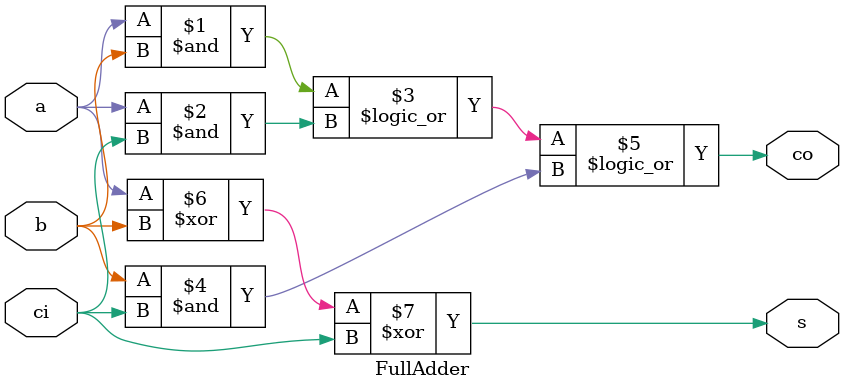
<source format=v>

module FullAdder(
	input  a,  // Operand A
	input  b,  // Operand B
	input  ci, // Carry-In
	output s,  // Sum
	output co  // Carry-Out
);

	// Declare any internal wires you want to use here.

	// Write your code here. Use only continuous assignment
	// and bitwise operators.
	assign co = (a & b) || (a & ci) || (b & ci);
	assign s = a ^ b ^ ci;

endmodule

</source>
